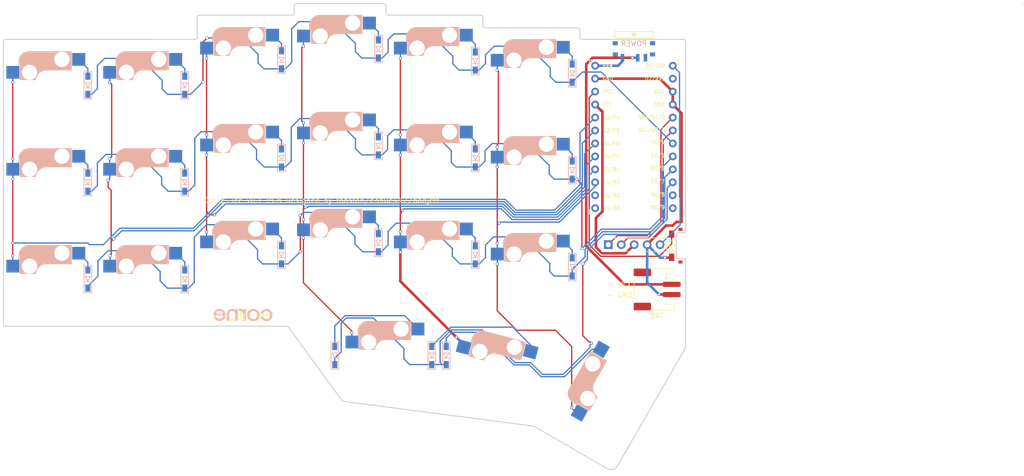
<source format=kicad_pcb>
(kicad_pcb (version 20221018) (generator pcbnew)
  (title_block (title "Corne-ice") (date "2022-12-17") (rev "0.1") (company "foostan/e3b0c442"))
  (layers (0 "F.Cu" signal) (31 "B.Cu" signal) (34 "B.Paste" user) (35 "F.Paste" user) (36 "B.SilkS" user "B.Silkscreen") (37 "F.SilkS" user "F.Silkscreen") (38 "B.Mask" user) (39 "F.Mask" user) (44 "Edge.Cuts" user))
  (net 0 "")
  (net 1 "row0")
  (net 2 "Net-(D1-Pad2)")
  (net 3 "row1")
  (net 4 "Net-(D2-Pad2)")
  (net 5 "row2")
  (net 6 "Net-(D3-Pad2)")
  (net 7 "row3")
  (net 8 "Net-(D4-Pad2)")
  (net 9 "Net-(D5-Pad2)")
  (net 10 "Net-(D6-Pad2)")
  (net 11 "Net-(D7-Pad2)")
  (net 12 "Net-(D8-Pad2)")
  (net 13 "Net-(D9-Pad2)")
  (net 14 "Net-(D10-Pad2)")
  (net 15 "Net-(D11-Pad2)")
  (net 16 "Net-(D12-Pad2)")
  (net 17 "Net-(D13-Pad2)")
  (net 18 "Net-(D14-Pad2)")
  (net 19 "Net-(D15-Pad2)")
  (net 20 "Net-(D16-Pad2)")
  (net 21 "Net-(D17-Pad2)")
  (net 22 "Net-(D18-Pad2)")
  (net 23 "Net-(D19-Pad2)")
  (net 24 "Net-(D20-Pad2)")
  (net 25 "Net-(D21-Pad2)")
  (net 26 "GND")
  (net 27 "VCC")
  (net 28 "col0")
  (net 29 "col1")
  (net 30 "col2")
  (net 31 "col3")
  (net 32 "col4")
  (net 33 "col5")
  (net 34 "MOSI")
  (net 35 "CS")
  (net 36 "reset")
  (net 38 "SCK")
  (net 43 "Net-(J1-Pad1)")
  (net 44 "RAW")
  (footprint "Connector_PinHeader_2.54mm:PinHeader_1x05_P2.54mm_Vertical" (layer "F.Cu") (at 129.7825 67.03 90)
    (fp_text reference "J2" hide)
    (fp_text value "nice!view" hide)
  )
  (footprint "kbd:CherryMX_Hotswap" (layer "F.Cu") (at 39.1075 35.78)
    (fp_text reference "SW2" hide)
    (fp_text value "SW_PUSH" hide)
  )
  (footprint "kbd:CherryMX_Hotswap" (layer "F.Cu") (at 58.1075 31.03)
    (fp_text reference "SW3" hide)
    (fp_text value "SW_PUSH" hide)
  )
  (footprint "kbd:CherryMX_Hotswap" (layer "F.Cu") (at 77.1075 28.655)
    (fp_text reference "SW4" hide)
    (fp_text value "SW_PUSH" hide)
  )
  (footprint "kbd:CherryMX_Hotswap" (layer "F.Cu") (at 96.1075 31.03)
    (fp_text reference "SW5" hide)
    (fp_text value "SW_PUSH" hide)
  )
  (footprint "kbd:CherryMX_Hotswap" (layer "F.Cu") (at 20.1075 54.78)
    (fp_text reference "SW7" hide)
    (fp_text value "SW_PUSH" hide)
  )
  (footprint "kbd:CherryMX_Hotswap" (layer "F.Cu") (at 39.1075 54.78)
    (fp_text reference "SW8" hide)
    (fp_text value "SW_PUSH" hide)
  )
  (footprint "kbd:CherryMX_Hotswap" (layer "F.Cu") (at 58.1075 50.03)
    (fp_text reference "SW9" hide)
    (fp_text value "SW_PUSH" hide)
  )
  (footprint "kbd:CherryMX_Hotswap" (layer "F.Cu") (at 77.1075 47.655)
    (fp_text reference "SW10" hide)
    (fp_text value "SW_PUSH" hide)
  )
  (footprint "kbd:CherryMX_Hotswap" (layer "F.Cu") (at 96.1075 50.03)
    (fp_text reference "SW11" hide)
    (fp_text value "SW_PUSH" hide)
  )
  (footprint "kbd:CherryMX_Hotswap" (layer "F.Cu") (at 115.1075 52.405)
    (fp_text reference "SW12" hide)
    (fp_text value "SW_PUSH" hide)
  )
  (footprint "kbd:CherryMX_Hotswap" (layer "F.Cu") (at 20.1075 73.78)
    (fp_text reference "SW13" hide)
    (fp_text value "SW_PUSH" hide)
  )
  (footprint "kbd:CherryMX_Hotswap" (layer "F.Cu") (at 39.1075 73.78)
    (fp_text reference "SW14" hide)
    (fp_text value "SW_PUSH" hide)
  )
  (footprint "kbd:CherryMX_Hotswap" (layer "F.Cu") (at 58.1075 69.03)
    (fp_text reference "SW15" hide)
    (fp_text value "SW_PUSH" hide)
  )
  (footprint "kbd:CherryMX_Hotswap" (layer "F.Cu") (at 77.1075 66.655)
    (fp_text reference "SW16" hide)
    (fp_text value "SW_PUSH" hide)
  )
  (footprint "kbd:CherryMX_Hotswap" (layer "F.Cu") (at 96.1075 69.03)
    (fp_text reference "SW17" hide)
    (fp_text value "SW_PUSH" hide)
  )
  (footprint "kbd:CherryMX_Hotswap" (layer "F.Cu") (at 115.1075 71.405)
    (fp_text reference "SW18" hide)
    (fp_text value "SW_PUSH" hide)
  )
  (footprint "kbd:CherryMX_Hotswap" (layer "F.Cu") (at 86.6075 88.655)
    (fp_text reference "SW19" hide)
    (fp_text value "SW_PUSH" hide)
  )
  (footprint "kbd:CherryMX_Hotswap" (layer "F.Cu") (at 107.6075 91.405 -15)
    (fp_text reference "SW20" hide)
    (fp_text value "SW_PUSH" hide)
  )
  (footprint "kbd:CherryMX_Hotswap_1.5u" (layer "F.Cu") (at 129.8575 95.155 60)
    (fp_text reference "SW21" hide)
    (fp_text value "SW_PUSH" hide)
  )
  (footprint "kbd:CherryMX_Hotswap" (layer "F.Cu") (at 20.1075 35.78)
    (fp_text reference "SW1" hide)
    (fp_text value "SW_PUSH" hide)
  )
  (footprint "kbd:M2_HOLE_v2" (layer "F.Cu") (at 105.5755 41.7655)
    (fp_text reference "Ref**" hide)
    (fp_text value "Val**" hide)
  )
  (footprint "kbd:M2_HOLE_v2" (layer "F.Cu") (at 72.7645 81.5205)
    (fp_text reference "Ref**" hide)
    (fp_text value "Val**" hide)
  )
  (footprint "kbd:M2_HOLE_v2" (layer "F.Cu") (at 119.3305 89.135)
    (fp_text reference "Ref**" hide)
    (fp_text value "Val**" hide)
  )
  (footprint "kbd:M2_HOLE_v2" (layer "F.Cu") (at 127.8695 74.254)
    (fp_text reference "Ref**" hide)
    (fp_text value "Val**" hide)
  )
  (footprint "kbd:M2_HOLE_v2" (layer "F.Cu") (at 142.3015 82.775)
    (fp_text reference "Ref**" hide)
    (fp_text value "Val**" hide)
  )
  (footprint "kbd:CherryMX_Hotswap" (layer "F.Cu") (at 115.1075 33.405)
    (fp_text reference "SW6" hide)
    (fp_text value "SW_PUSH" hide)
  )
  (footprint "kbd:M2_HOLE_v2" (layer "F.Cu") (at 27.5195 54.1395)
    (fp_text reference "Ref**" hide)
    (fp_text value "Val**" hide)
  )
  (footprint "kbd:ProMicro_v3" (layer "F.Cu") (at 134.8125 46.42)
    (fp_text reference "U1" hide)
    (fp_text value "nice!nano" hide)
  )
  (footprint "kbd:M2_HOLE_v2" (layer "F.Cu") (at 29.6075 45.28)
    (fp_text reference "Ref**" hide)
    (fp_text value "Val**" hide)
  )
  (footprint "kbd:corne-logo-horizontal" (layer "F.Cu") (at 58.2675 80.89)
    (fp_text reference "G***" hide)
    (fp_text value "LOGO" hide)
  )
  (footprint "keeblib:alps_sksn" (layer "F.Cu") (at 144.7825 67.23 90)
    (fp_text reference "RST")
    (fp_text value "SW_PUSH" hide)
  )
  (footprint "Connector_JST:JST_PH_S2B-PH-SM4-TB_1x02-1MP_P2.00mm_Horizontal" (layer "F.Cu") (at 139.3605 75.812 -90)
    (fp_text reference "J1" hide)
    (fp_text value "BAT")
  )
  (footprint "kbd:D3_SMD_v2" (layer "B.Cu") (at 27.7345 35.776875 90)
    (fp_text reference "D1" hide)
    (fp_text value "D" hide)
  )
  (footprint "kbd:D3_SMD_v2" (layer "B.Cu") (at 46.7345 35.78 90)
    (fp_text reference "D2" hide)
    (fp_text value "D" hide)
  )
  (footprint "kbd:D3_SMD_v2" (layer "B.Cu") (at 65.7075 30.78 90)
    (fp_text reference "D3" hide)
    (fp_text value "D" hide)
  )
  (footprint "kbd:D3_SMD_v2" (layer "B.Cu") (at 84.7075 28.655 90)
    (fp_text reference "D4" hide)
    (fp_text value "D" hide)
  )
  (footprint "kbd:D3_SMD_v2" (layer "B.Cu") (at 103.7075 31.03 90)
    (fp_text reference "D5" hide)
    (fp_text value "D" hide)
  )
  (footprint "kbd:D3_SMD_v2" (layer "B.Cu") (at 122.7075 33.405 90)
    (fp_text reference "D6" hide)
    (fp_text value "D" hide)
  )
  (footprint "kbd:D3_SMD_v2" (layer "B.Cu") (at 27.7345 54.776875 90)
    (fp_text reference "D7" hide)
    (fp_text value "D" hide)
  )
  (footprint "kbd:D3_SMD_v2" (layer "B.Cu") (at 46.7345 54.78 90)
    (fp_text reference "D8" hide)
    (fp_text value "D" hide)
  )
  (footprint "kbd:D3_SMD_v2" (layer "B.Cu") (at 65.7075 50.03 90)
    (fp_text reference "D9" hide)
    (fp_text value "D" hide)
  )
  (footprint "kbd:D3_SMD_v2" (layer "B.Cu") (at 84.7075 47.655 90)
    (fp_text reference "D10" hide)
    (fp_text value "D" hide)
  )
  (footprint "kbd:D3_SMD_v2" (layer "B.Cu") (at 103.7075 50.03 90)
    (fp_text reference "D11" hide)
    (fp_text value "D" hide)
  )
  (footprint "kbd:D3_SMD_v2" (layer "B.Cu") (at 122.7075 52.405 90)
    (fp_text reference "D12" hide)
    (fp_text value "D" hide)
  )
  (footprint "kbd:D3_SMD_v2" (layer "B.Cu") (at 27.7345 73.776875 90)
    (fp_text reference "D13" hide)
    (fp_text value "D" hide)
  )
  (footprint "kbd:D3_SMD_v2" (layer "B.Cu") (at 46.7345 73.78 90)
    (fp_text reference "D14" hide)
    (fp_text value "D" hide)
  )
  (footprint "kbd:D3_SMD_v2" (layer "B.Cu") (at 65.7075 69.03 90)
    (fp_text reference "D15" hide)
    (fp_text value "D" hide)
  )
  (footprint "kbd:D3_SMD_v2" (layer "B.Cu") (at 84.7075 66.655 90)
    (fp_text reference "D16" hide)
    (fp_text value "D" hide)
  )
  (footprint "kbd:D3_SMD_v2" (layer "B.Cu") (at 103.7075 69.03 90)
    (fp_text reference "D17" hide)
    (fp_text value "D" hide)
  )
  (footprint "kbd:D3_SMD_v2" (layer "B.Cu") (at 122.7075 71.405 90)
    (fp_text reference "D18" hide)
    (fp_text value "D" hide)
  )
  (footprint "kbd:D3_SMD_v2" (layer "B.Cu") (at 76.1575 88.77 90)
    (fp_text reference "D19" hide)
    (fp_text value "D" hide)
  )
  (footprint "kbd:D3_SMD_v2" (layer "B.Cu") (at 95.1645 88.765 90)
    (fp_text reference "D20" hide)
    (fp_text value "D" hide)
  )
  (footprint "kbd:D3_SMD_v2" (layer "B.Cu") (at 98.0075 88.765 90)
    (fp_text reference "D21" hide)
    (fp_text value "D" hide)
  )
  (footprint "kbd:corne-logo-horizontal" (layer "B.Cu") (at 58.0375 80.89 180)
    (fp_text reference "G***" hide)
    (fp_text value "LOGO" hide)
  )
  (footprint "keeblib:switch_SSSS811101" (layer "B.Cu") (at 134.8075 28.63)
    (fp_text reference "PSW1" hide)
    (fp_text value "POWER")
  )
  (gr_curve (pts (xy 211.204467 19.778068) (xy 211.204467 19.778068) (xy 211.204467 19.778068) (xy 211.204467 19.778068)) (stroke (width 0.2)) (layer "Edge.Cuts"))
  (gr_line (start 66.690339 83.020073) (end 11.690494 83.020073) (stroke (width 0.2)) (layer "Edge.Cuts"))
  (gr_line (start 49.690384 22.020252) (end 67.690335 22.020252) (stroke (width 0.2)) (layer "Edge.Cuts"))
  (gr_line (start 86.690528 22.020252) (end 104.690478 22.020252) (stroke (width 0.2)) (layer "Edge.Cuts"))
  (gr_curve (pts (xy 124.69017 26.770301) (xy 124.69025 26.770301) (xy 124.690329 26.770301) (xy 124.690408 26.770301)) (stroke (width 0.2)) (layer "Edge.Cuts"))
  (gr_curve (pts (xy 124.190287 26.270179) (xy 124.190227 26.54632) (xy 124.414025 26.770231) (xy 124.69017 26.770301)) (stroke (width 0.2)) (layer "Edge.Cuts"))
  (gr_line (start 67.043905 83.166629) (end 77.586929 97.623789) (stroke (width 0.2)) (layer "Edge.Cuts"))
  (gr_line (start 77.940494 97.770087) (end 114.610944 102.54046) (stroke (width 0.2)) (layer "Edge.Cuts"))
  (gr_curve (pts (xy 129.559583 110.931084) (xy 130.194682 111.359153) (xy 131.056535 111.191314) (xy 131.484604 110.556226)) (stroke (width 0.2)) (layer "Edge.Cuts"))
  (gr_curve (pts (xy 131.484604 110.556226) (xy 131.485636 110.554688) (xy 131.486668 110.55315) (xy 131.4877 110.551612)) (stroke (width 0.2)) (layer "Edge.Cuts"))
  (gr_line (start 131.4877 110.551612) (end 144.713724 87.619245) (stroke (width 0.2)) (layer "Edge.Cuts"))
  (gr_curve (pts (xy 105.190351 24.020247) (xy 105.190421 24.296388) (xy 105.414328 24.52019) (xy 105.690473 24.520121)) (stroke (width 0.2)) (layer "Edge.Cuts"))
  (gr_curve (pts (xy 105.190351 22.520126) (xy 105.190282 22.24408) (xy 104.966524 22.020322) (xy 104.690478 22.020252)) (stroke (width 0.2)) (layer "Edge.Cuts"))
  (gr_curve (pts (xy 86.69028 22.020252) (xy 86.690359 22.020252) (xy 86.690448 22.020252) (xy 86.690528 22.020252)) (stroke (width 0.2)) (layer "Edge.Cuts"))
  (gr_curve (pts (xy 86.190406 21.520126) (xy 86.190337 21.796266) (xy 86.414134 22.020183) (xy 86.69028 22.020252)) (stroke (width 0.2)) (layer "Edge.Cuts"))
  (gr_curve (pts (xy 85.690533 19.770068) (xy 85.690533 19.770068) (xy 85.690533 19.770068) (xy 85.690533 19.770068)) (stroke (width 0.2)) (layer "Edge.Cuts"))
  (gr_curve (pts (xy 86.190406 20.270194) (xy 86.190476 19.994054) (xy 85.966678 19.770137) (xy 85.690533 19.770068)) (stroke (width 0.2)) (layer "Edge.Cuts"))
  (gr_curve (pts (xy 68.190456 20.270189) (xy 68.190456 20.270194) (xy 68.190456 20.270194) (xy 68.190456 20.270194)) (stroke (width 0.2)) (layer "Edge.Cuts"))
  (gr_curve (pts (xy 68.69033 19.770068) (xy 68.414184 19.770137) (xy 68.190387 19.994049) (xy 68.190456 20.270189)) (stroke (width 0.2)) (layer "Edge.Cuts"))
  (gr_curve (pts (xy 68.190456 21.520379) (xy 68.190456 21.520295) (xy 68.190456 21.52021) (xy 68.190456 21.520126)) (stroke (width 0.2)) (layer "Edge.Cuts"))
  (gr_curve (pts (xy 67.690335 22.020252) (xy 67.96648 22.020322) (xy 68.190387 21.796519) (xy 68.190456 21.520379)) (stroke (width 0.2)) (layer "Edge.Cuts"))
  (gr_curve (pts (xy 49.690384 22.020252) (xy 49.414338 22.020322) (xy 49.19058 22.24408) (xy 49.190511 22.520126)) (stroke (width 0.2)) (layer "Edge.Cuts"))
  (gr_curve (pts (xy 49.190511 26.270427) (xy 49.190511 26.270343) (xy 49.190511 26.270264) (xy 49.190511 26.270179)) (stroke (width 0.2)) (layer "Edge.Cuts"))
  (gr_curve (pts (xy 48.690389 26.770301) (xy 48.966535 26.77037) (xy 49.190441 26.546568) (xy 49.190511 26.270427)) (stroke (width 0.2)) (layer "Edge.Cuts"))
  (gr_curve (pts (xy 11.190372 27.270169) (xy 11.190372 27.270174) (xy 11.190372 27.270174) (xy 11.190372 27.270174)) (stroke (width 0.2)) (layer "Edge.Cuts"))
  (gr_curve (pts (xy 11.690499 26.770301) (xy 11.414358 26.770231) (xy 11.190442 26.994029) (xy 11.190372 27.270169)) (stroke (width 0.2)) (layer "Edge.Cuts"))
  (gr_curve (pts (xy 11.690494 83.020073) (xy 11.690499 83.020073) (xy 11.690499 83.020073) (xy 11.690499 83.020073)) (stroke (width 0.2)) (layer "Edge.Cuts"))
  (gr_curve (pts (xy 11.190372 82.5202) (xy 11.190442 82.796345) (xy 11.414353 83.020143) (xy 11.690494 83.020073)) (stroke (width 0.2)) (layer "Edge.Cuts"))
  (gr_line (start 144.439405 26.768525) (end 124.690408 26.770301) (stroke (width 0.2)) (layer "Edge.Cuts"))
  (gr_line (start 68.190456 20.270194) (end 68.18868 21.51835) (stroke (width 0.2)) (layer "Edge.Cuts"))
  (gr_line (start 49.189499 22.519109) (end 49.189499 26.268145) (stroke (width 0.2)) (layer "Edge.Cuts"))
  (gr_curve (pts (xy 124.190287 25.020242) (xy 124.190346 24.744107) (xy 123.966569 24.520195) (xy 123.690423 24.520121)) (stroke (width 0.2)) (layer "Edge.Cuts"))
  (gr_line (start 124.188005 25.018466) (end 124.190287 26.270179) (stroke (width 0.2)) (layer "Edge.Cuts"))
  (gr_line (start 115.2655 102.67) (end 129.559583 110.931084) (stroke (width 0.2)) (layer "Edge.Cuts"))
  (gr_line (start 86.189642 21.51835) (end 86.189642 20.268671) (stroke (width 0.2)) (layer "Edge.Cuts"))
  (gr_line (start 85.689263 19.768292) (end 68.68906 19.768292) (stroke (width 0.2)) (layer "Edge.Cuts"))
  (gr_line (start 48.689119 26.768525) (end 11.690499 26.770301) (stroke (width 0.2)) (layer "Edge.Cuts"))
  (gr_line (start 11.190372 27.270174) (end 11.188596 82.51893) (stroke (width 0.2)) (layer "Edge.Cuts"))
  (gr_line (start 144.939784 27.268904) (end 144.939784 64.5) (stroke (width 0.2)) (layer "Edge.Cuts"))
  (gr_curve (pts (xy 144.9403 27.270174) (xy 144.940241 26.994128) (xy 144.716463 26.770365) (xy 144.440417 26.770301)) (stroke (width 0.2)) (layer "Edge.Cuts"))
  (gr_line (start 123.690165 24.518087) (end 105.689203 24.518087) (stroke (width 0.2)) (layer "Edge.Cuts"))
  (gr_line (start 105.188823 24.017707) (end 105.188823 22.519109) (stroke (width 0.2)) (layer "Edge.Cuts"))
  (gr_curve (pts (xy 144.713209 87.617717) (xy 144.865946 87.352585) (xy 144.944388 87.051178) (xy 144.9403 86.745228)) (stroke (width 0.2)) (layer "Edge.Cuts"))
  (gr_curve (pts (xy 77.586929 97.623789) (xy 77.68072 97.717501) (xy 77.807899 97.770126) (xy 77.940494 97.770087)) (stroke (width 0.2)) (layer "Edge.Cuts"))
  (gr_curve (pts (xy 67.043905 83.166629) (xy 66.950153 83.072818) (xy 66.822965 83.020103) (xy 66.690339 83.020073)) (stroke (width 0.2)) (layer "Edge.Cuts"))
  (gr_curve (pts (xy 115.2655 102.67) (xy 115.05207 102.605557) (xy 114.832837 102.562169) (xy 114.610944 102.54046)) (stroke (width 0.2)) (layer "Edge.Cuts"))
  (gr_arc (start 144.9375 64.48) (mid 144.878921 64.621421) (end 144.7375 64.68) (stroke (width 0.2)) (layer "Edge.Cuts"))
  (gr_line (start 143.1075 65.18) (end 143.1075 69.28) (stroke (width 0.2)) (layer "Edge.Cuts"))
  (gr_arc (start 144.7375 69.78) (mid 144.879921 69.838164) (end 144.9395 69.98) (stroke (width 0.2)) (layer "Edge.Cuts"))
  (gr_arc (start 143.6075 69.78) (mid 143.253947 69.633553) (end 143.1075 69.28) (stroke (width 0.2)) (layer "Edge.Cuts"))
  (gr_line (start 144.9395 69.955) (end 144.9403 86.745228) (stroke (width 0.2)) (layer "Edge.Cuts"))
  (gr_line (start 143.6075 69.78) (end 144.7375 69.78) (stroke (width 0.2)) (layer "Edge.Cuts"))
  (gr_line (start 143.6075 64.68) (end 144.7375 64.68) (stroke (width 0.2)) (layer "Edge.Cuts"))
  (gr_arc (start 143.1075 65.18) (mid 143.253947 64.826447) (end 143.6075 64.68) (stroke (width 0.2)) (layer "Edge.Cuts"))
  (gr_text "Corne-ice v0.1 PCB Designed by foostan/e3b0c442/badjeff" (at 50.2825 58.33) (layer "F.SilkS") (effects (font (size 1 1) (thickness 0.125)) (justify left)))
  (gr_text "+ VCC" (at 132.2075 74.78) (layer "F.SilkS") (effects (font (size 1 1))))
  (gr_text "- GND" (at 132.1075 76.88) (layer "F.SilkS") (effects (font (size 1 1))))
  (segment (start 50.3075 27.305) (end 51.1075 26.505) (width 0.25) (layer "F.Cu") (net 1))
  (segment (start 50.3075 35.105) (end 50.3075 27.305) (width 0.25) (layer "F.Cu") (net 1))
  (via (at 50.3075 35.105) (size 0.6) (drill 0.4) (layers "F.Cu" "B.Cu") (net 1))
  (via (at 51.1075 26.505) (size 0.6) (drill 0.4) (layers "F.Cu" "B.Cu") (net 1))
  (segment (start 80.220686 29.205) (end 81.445686 30.43) (width 0.25) (layer "B.Cu") (net 1))
  (segment (start 99.3075 31.605) (end 100.5075 32.805) (width 0.25) (layer "B.Cu") (net 1))
  (segment (start 75.9075 23.305) (end 80.2075 27.605) (width 0.25) (layer "B.Cu") (net 1))
  (segment (start 85.4575 30.43) (end 86.6075 29.28) (width 0.25) (layer "B.Cu") (net 1))
  (segment (start 69.1075 23.305) (end 75.9075 23.305) (width 0.25) (layer "B.Cu") (net 1))
  (segment (start 65.7075 32.555) (end 62.2575 32.555) (width 0.25) (layer "B.Cu") (net 1))
  (segment (start 118.4075 32.405) (end 118.4075 34.105) (width 0.25) (layer "B.Cu") (net 1))
  (segment (start 29.6075 36.428875) (end 29.6075 31.905) (width 0.25) (layer "B.Cu") (net 1))
  (segment (start 62.2575 32.555) (end 61.1075 31.405) (width 0.25) (layer "B.Cu") (net 1))
  (segment (start 61.1075 31.405) (end 61.1075 29.705) (width 0.25) (layer "B.Cu") (net 1))
  (segment (start 46.7345 37.555) (end 47.8575 37.555) (width 0.25) (layer "B.Cu") (net 1))
  (segment (start 121.9575 35.18) (end 122.7075 35.18) (width 0.25) (layer "B.Cu") (net 1))
  (segment (start 124.7075 33.18) (end 122.7075 35.18) (width 0.25) (layer "B.Cu") (net 1))
  (segment (start 107.4075 28.105) (end 114.1075 28.105) (width 0.25) (layer "B.Cu") (net 1))
  (segment (start 29.6075 31.905) (end 31.0075 30.505) (width 0.25) (layer "B.Cu") (net 1))
  (segment (start 100.5075 32.805) (end 103.7075 32.805) (width 0.25) (layer "B.Cu") (net 1))
  (segment (start 83.9575 30.43) (end 84.7075 30.43) (width 0.25) (layer "B.Cu") (net 1))
  (segment (start 28.4845 37.551875) (end 29.6075 36.428875) (width 0.25) (layer "B.Cu") (net 1))
  (segment (start 31.0075 30.505) (end 38.0075 30.505) (width 0.25) (layer "B.Cu") (net 1))
  (segment (start 119.4825 35.18) (end 121.9575 35.18) (width 0.25) (layer "B.Cu") (net 1))
  (segment (start 38.0075 30.505) (end 42.3075 34.805) (width 0.25) (layer "B.Cu") (net 1))
  (segment (start 86.6075 26.805) (end 87.7075 25.705) (width 0.25) (layer "B.Cu") (net 1))
  (segment (start 84.7075 30.43) (end 85.4575 30.43) (width 0.25) (layer "B.Cu") (net 1))
  (segment (start 65.7075 32.555) (end 66.4575 32.555) (width 0.25) (layer "B.Cu") (net 1))
  (segment (start 118.4075 34.105) (end 119.4825 35.18) (width 0.25) (layer "B.Cu") (net 1))
  (segment (start 67.7075 24.705) (end 69.1075 23.305) (width 0.25) (layer "B.Cu") (net 1))
  (segment (start 80.2075 29.205) (end 80.220686 29.205) (width 0.25) (layer "B.Cu") (net 1))
  (segment (start 42.3075 34.805) (end 42.3075 36.505) (width 0.25) (layer "B.Cu") (net 1))
  (segment (start 114.1075 28.105) (end 118.4075 32.405) (width 0.25) (layer "B.Cu") (net 1))
  (segment (start 27.7345 37.551875) (end 28.4845 37.551875) (width 0.25) (layer "B.Cu") (net 1))
  (segment (start 57.9075 26.505) (end 51.531764 26.505) (width 0.25) (layer "B.Cu") (net 1))
  (segment (start 86.6075 29.28) (end 86.6075 26.805) (width 0.25) (layer "B.Cu") (net 1))
  (segment (start 67.7075 31.305) (end 67.7075 24.705) (width 0.25) (layer "B.Cu") (net 1))
  (segment (start 105.7075 31.505) (end 105.7075 29.805) (width 0.25) (layer "B.Cu") (net 1))
  (segment (start 142.4239 47.182) (end 128.4219 33.18) (width 0.25) (layer "B.Cu") (net 1))
  (segment (start 105.7075 29.805) (end 107.4075 28.105) (width 0.25) (layer "B.Cu") (net 1))
  (segment (start 80.2075 27.605) (end 80.2075 29.205) (width 0.25) (layer "B.Cu") (net 1))
  (segment (start 87.7075 25.705) (end 94.9075 25.705) (width 0.25) (layer "B.Cu") (net 1))
  (segment (start 94.9075 25.705) (end 99.3075 30.105) (width 0.25) (layer "B.Cu") (net 1))
  (segment (start 99.3075 30.105) (end 99.3075 31.605) (width 0.25) (layer "B.Cu") (net 1))
  (segment (start 128.4219 33.18) (end 124.7075 33.18) (width 0.25) (layer "B.Cu") (net 1))
  (segment (start 51.531764 26.505) (end 51.1075 26.505) (width 0.25) (layer "B.Cu") (net 1))
  (segment (start 66.4575 32.555) (end 67.7075 31.305) (width 0.25) (layer "B.Cu") (net 1))
  (segment (start 61.1075 29.705) (end 57.9075 26.505) (width 0.25) (layer "B.Cu") (net 1))
  (segment (start 42.3075 36.505) (end 43.3575 37.555) (width 0.25) (layer "B.Cu") (net 1))
  (segment (start 47.8575 37.555) (end 50.3075 35.105) (width 0.25) (layer "B.Cu") (net 1))
  (segment (start 104.4075 32.805) (end 105.7075 31.505) (width 0.25) (layer "B.Cu") (net 1))
  (segment (start 81.445686 30.43) (end 83.9575 30.43) (width 0.25) (layer "B.Cu") (net 1))
  (segment (start 103.7075 32.805) (end 104.4075 32.805) (width 0.25) (layer "B.Cu") (net 1))
  (segment (start 43.3575 37.555) (end 46.7345 37.555) (width 0.25) (layer "B.Cu") (net 1))
  (segment (start 25.9495 30.725) (end 27.7345 32.51) (width 0.25) (layer "B.Cu") (net 2))
  (segment (start 27.7345 32.51) (end 27.7345 32.751875) (width 0.25) (layer "B.Cu") (net 2))
  (segment (start 27.7345 32.751875) (end 27.7345 34.001875) (width 0.25) (layer "B.Cu") (net 2))
  (segment (start 124.6075 67.78) (end 124.6075 55.205) (width 0.25) (layer "F.Cu") (net 3))
  (segment (start 124.6075 55.205) (end 123.6075 54.205) (width 0.25) (layer "F.Cu") (net 3))
  (via (at 123.6075 54.205) (size 0.6) (drill 0.4) (layers "F.Cu" "B.Cu") (net 3))
  (via (at 124.6075 67.78) (size 0.6) (drill 0.4) (layers "F.Cu" "B.Cu") (net 3))
  (segment (start 105.6075 50.655) (end 105.6075 48.605) (width 0.25) (layer "B.Cu") (net 3))
  (segment (start 28.4845 56.551875) (end 29.6075 55.428875) (width 0.25) (layer "B.Cu") (net 3))
  (segment (start 80.2075 48.205) (end 81.4325 49.43) (width 0.25) (layer "B.Cu") (net 3))
  (segment (start 119.1825 54.18) (end 122.7075 54.18) (width 0.25) (layer "B.Cu") (net 3))
  (segment (start 103.7075 51.805) (end 104.4575 51.805) (width 0.25) (layer "B.Cu") (net 3))
  (segment (start 60.8075 48.354998) (end 60.8075 50.305) (width 0.25) (layer "B.Cu") (net 3))
  (segment (start 46.7345 56.555) (end 47.4845 56.555) (width 0.25) (layer "B.Cu") (net 3))
  (segment (start 29.6075 51.005) (end 31.282499 49.330001) (width 0.25) (layer "B.Cu") (net 3))
  (segment (start 128.3825 64.005) (end 137.9075 64.005) (width 0.25) (layer "B.Cu") (net 3))
  (segment (start 94.9075 44.505) (end 99.0075 48.605) (width 0.25) (layer "B.Cu") (net 3))
  (segment (start 80.2075 46.305) (end 80.2075 48.205) (width 0.25) (layer "B.Cu") (net 3))
  (segment (start 140.4075 61.505) (end 140.4075 51.805) (width 0.25) (layer "B.Cu") (net 3))
  (segment (start 60.8075 50.305) (end 62.3075 51.805) (width 0.25) (layer "B.Cu") (net 3))
  (segment (start 85.4575 49.43) (end 86.5075 48.38) (width 0.25) (layer "B.Cu") (net 3))
  (segment (start 87.7075 44.505) (end 94.9075 44.505) (width 0.25) (layer "B.Cu") (net 3))
  (segment (start 49.932501 44.879999) (end 57.332501 44.879999) (width 0.25) (layer "B.Cu") (net 3))
  (segment (start 62.3075 51.805) (end 65.7075 51.805) (width 0.25) (layer "B.Cu") (net 3))
  (segment (start 84.7075 49.43) (end 85.4575 49.43) (width 0.25) (layer "B.Cu") (net 3))
  (segment (start 66.4575 51.805) (end 67.6075 50.655) (width 0.25) (layer "B.Cu") (net 3))
  (segment (start 122.7075 54.18) (end 123.5825 54.18) (width 0.25) (layer "B.Cu") (net 3))
  (segment (start 76.2075 42.305) (end 80.2075 46.305) (width 0.25) (layer "B.Cu") (net 3))
  (segment (start 105.6075 48.605) (end 107.0075 47.205) (width 0.25) (layer "B.Cu") (net 3))
  (segment (start 48.7075 55.332) (end 48.7075 46.105) (width 0.25) (layer "B.Cu") (net 3))
  (segment (start 67.6075 50.655) (end 67.6075 44.005) (width 0.25) (layer "B.Cu") (net 3))
  (segment (start 99.9075 51.805) (end 103.7075 51.805) (width 0.25) (layer "B.Cu") (net 3))
  (segment (start 124.6075 67.78) (end 128.3825 64.005) (width 0.25) (layer "B.Cu") (net 3))
  (segment (start 113.9075 47.205) (end 118.2075 51.505) (width 0.25) (layer "B.Cu") (net 3))
  (segment (start 99.0075 50.905) (end 99.9075 51.805) (width 0.25) (layer "B.Cu") (net 3))
  (segment (start 118.2075 53.205) (end 119.1825 54.18) (width 0.25) (layer "B.Cu") (net 3))
  (segment (start 81.4325 49.43) (end 84.7075 49.43) (width 0.25) (layer "B.Cu") (net 3))
  (segment (start 47.4845 56.555) (end 48.7075 55.332) (width 0.25) (layer "B.Cu") (net 3))
  (segment (start 29.6075 55.428875) (end 29.6075 51.005) (width 0.25) (layer "B.Cu") (net 3))
  (segment (start 67.6075 44.005) (end 69.3075 42.305) (width 0.25) (layer "B.Cu") (net 3))
  (segment (start 69.3075 42.305) (end 76.2075 42.305) (width 0.25) (layer "B.Cu") (net 3))
  (segment (start 43.4575 56.555) (end 45.9845 56.555) (width 0.25) (layer "B.Cu") (net 3))
  (segment (start 107.0075 47.205) (end 113.9075 47.205) (width 0.25) (layer "B.Cu") (net 3))
  (segment (start 48.7075 46.105) (end 49.932501 44.879999) (width 0.25) (layer "B.Cu") (net 3))
  (segment (start 123.5825 54.18) (end 123.6075 54.205) (width 0.25) (layer "B.Cu") (net 3))
  (segment (start 86.5075 45.705) (end 87.7075 44.505) (width 0.25) (layer "B.Cu") (net 3))
  (segment (start 104.4575 51.805) (end 105.6075 50.655) (width 0.25) (layer "B.Cu") (net 3))
  (segment (start 27.7345 56.551875) (end 28.4845 56.551875) (width 0.25) (layer "B.Cu") (net 3))
  (segment (start 137.9075 64.005) (end 140.4075 61.505) (width 0.25) (layer "B.Cu") (net 3))
  (segment (start 140.4075 51.805) (end 142.4239 49.7886) (width 0.25) (layer "B.Cu") (net 3))
  (segment (start 45.9845 56.555) (end 46.7345 56.555) (width 0.25) (layer "B.Cu") (net 3))
  (segment (start 65.7075 51.805) (end 66.4575 51.805) (width 0.25) (layer "B.Cu") (net 3))
  (segment (start 99.0075 48.605) (end 99.0075 50.905) (width 0.25) (layer "B.Cu") (net 3))
  (segment (start 31.282499 49.330001) (end 37.732501 49.330001) (width 0.25) (layer "B.Cu") (net 3))
  (segment (start 42.2075 53.805) (end 42.2075 55.305) (width 0.25) (layer "B.Cu") (net 3))
  (segment (start 86.5075 48.38) (end 86.5075 45.705) (width 0.25) (layer "B.Cu") (net 3))
  (segment (start 42.2075 55.305) (end 43.4575 56.555) (width 0.25) (layer "B.Cu") (net 3))
  (segment (start 57.332501 44.879999) (end 60.8075 48.354998) (width 0.25) (layer "B.Cu") (net 3))
  (segment (start 118.2075 51.505) (end 118.2075 53.205) (width 0.25) (layer "B.Cu") (net 3))
  (segment (start 37.732501 49.330001) (end 42.2075 53.805) (width 0.25) (layer "B.Cu") (net 3))
  (segment (start 46.7345 32.52) (end 46.7345 34.005) (width 0.25) (layer "B.Cu") (net 4))
  (segment (start 44.9495 30.735) (end 46.7345 32.52) (width 0.25) (layer "B.Cu") (net 4))
  (segment (start 69.3825 61.305) (end 69.3825 68.405) (width 0.25) (layer "F.Cu") (net 5))
  (via (at 69.3825 68.405) (size 0.6) (drill 0.4) (layers "F.Cu" "B.Cu") (net 5))
  (via (at 69.3825 61.305) (size 0.6) (drill 0.4) (layers "F.Cu" "B.Cu") (net 5))
  (segment (start 75.4075 60.705) (end 69.9825 60.705) (width 0.25) (layer "B.Cu") (net 5))
  (segment (start 46.7345 75.555) (end 47.4845 75.555) (width 0.25) (layer "B.Cu") (net 5))
  (segment (start 80.1075 65.405) (end 75.4075 60.705) (width 0.25) (layer "B.Cu") (net 5))
  (segment (start 128.6325 64.505) (end 138.1735 64.505) (width 0.254) (layer "B.Cu") (net 5))
  (segment (start 81.6325 68.43) (end 80.1075 66.905) (width 0.25) (layer "B.Cu") (net 5))
  (segment (start 48.6075 65.533078) (end 51.035578 63.105) (width 0.25) (layer "B.Cu") (net 5))
  (segment (start 119.1825 73.18) (end 122.7075 73.18) (width 0.25) (layer "B.Cu") (net 5))
  (segment (start 94.2075 62.805) (end 99.2075 67.805) (width 0.25) (layer "B.Cu") (net 5))
  (segment (start 29.7075 70.205) (end 31.7075 68.205) (width 0.25) (layer "B.Cu") (net 5))
  (segment (start 105.7075 67.105) (end 107.3075 65.505) (width 0.25) (layer "B.Cu") (net 5))
  (segment (start 86.6075 67.105) (end 86.6075 64.405) (width 0.25) (layer "B.Cu") (net 5))
  (segment (start 84.7075 68.43) (end 81.6325 68.43) (width 0.25) (layer "B.Cu") (net 5))
  (segment (start 56.1075 63.105) (end 61.0075 68.005) (width 0.25) (layer "B.Cu") (net 5))
  (segment (start 61.0075 68.005) (end 61.0075 69.805) (width 0.25) (layer "B.Cu") (net 5))
  (segment (start 31.7075 68.205) (end 37.8075 68.205) (width 0.25) (layer "B.Cu") (net 5))
  (segment (start 125.2345 67.903) (end 128.6325 64.505) (width 0.254) (layer "B.Cu") (net 5))
  (segment (start 69.9825 60.705) (end 69.3825 61.305) (width 0.25) (layer "B.Cu") (net 5))
  (segment (start 43.3575 75.555) (end 46.0575 75.555) (width 0.25) (layer "B.Cu") (net 5))
  (segment (start 51.035578 63.105) (end 56.1075 63.105) (width 0.25) (layer "B.Cu") (net 5))
  (segment (start 84.7075 68.43) (end 85.2825 68.43) (width 0.25) (layer "B.Cu") (net 5))
  (segment (start 107.3075 65.505) (end 113.1075 65.505) (width 0.25) (layer "B.Cu") (net 5))
  (segment (start 41.9075 74.105) (end 43.3575 75.555) (width 0.25) (layer "B.Cu") (net 5))
  (segment (start 118.3075 72.305) (end 119.1825 73.18) (width 0.25) (layer "B.Cu") (net 5))
  (segment (start 105.7075 69.555) (end 105.7075 67.105) (width 0.25) (layer "B.Cu") (net 5))
  (segment (start 27.7345 75.178) (end 29.7075 73.205) (width 0.25) (layer "B.Cu") (net 5))
  (segment (start 122.7075 73.18) (end 122.7075 71.93) (width 0.254) (layer "B.Cu") (net 5))
  (segment (start 104.4575 70.805) (end 105.7075 69.555) (width 0.25) (layer "B.Cu") (net 5))
  (segment (start 103.7075 70.805) (end 104.4575 70.805) (width 0.25) (layer "B.Cu") (net 5))
  (segment (start 67.0075 70.805) (end 65.7075 70.805) (width 0.25) (layer "B.Cu") (net 5))
  (segment (start 80.1075 66.905) (end 80.1075 65.405) (width 0.25) (layer "B.Cu") (net 5))
  (segment (start 62.0075 70.805) (end 64.9575 70.805) (width 0.25) (layer "B.Cu") (net 5))
  (segment (start 64.9575 70.805) (end 65.7075 70.805) (width 0.25) (layer "B.Cu") (net 5))
  (segment (start 140.859511 53.826389) (end 142.4239 52.262) (width 0.254) (layer "B.Cu") (net 5))
  (segment (start 113.1075 65.505) (end 118.3075 70.705) (width 0.25) (layer "B.Cu") (net 5))
  (segment (start 29.7075 73.205) (end 29.7075 70.205) (width 0.25) (layer "B.Cu") (net 5))
  (segment (start 100.7075 70.805) (end 103.7075 70.805) (width 0.25) (layer "B.Cu") (net 5))
  (segment (start 122.7075 71.93) (end 125.2345 69.403) (width 0.254) (layer "B.Cu") (net 5))
  (segment (start 69.3825 68.43) (end 67.0075 70.805) (width 0.25) (layer "B.Cu") (net 5))
  (segment (start 48.6075 74.432) (end 48.6075 65.533078) (width 0.25) (layer "B.Cu") (net 5))
  (segment (start 47.4845 75.555) (end 48.6075 74.432) (width 0.25) (layer "B.Cu") (net 5))
  (segment (start 88.2075 62.805) (end 94.2075 62.805) (width 0.25) (layer "B.Cu") (net 5))
  (segment (start 138.1735 64.505) (end 140.859511 61.818989) (width 0.254) (layer "B.Cu") (net 5))
  (segment (start 99.2075 69.305) (end 100.7075 70.805) (width 0.25) (layer "B.Cu") (net 5))
  (segment (start 125.2345 69.403) (end 125.2345 67.903) (width 0.254) (layer "B.Cu") (net 5))
  (segment (start 61.0075 69.805) (end 62.0075 70.805) (width 0.25) (layer "B.Cu") (net 5))
  (segment (start 85.2825 68.43) (end 86.6075 67.105) (width 0.25) (layer "B.Cu") (net 5))
  (segment (start 118.3075 70.705) (end 118.3075 72.305) (width 0.25) (layer "B.Cu") (net 5))
  (segment (start 46.0575 75.555) (end 46.7345 75.555) (width 0.25) (layer "B.Cu") (net 5))
  (segment (start 69.3825 68.405) (end 69.3825 68.43) (width 0.25) (layer "B.Cu") (net 5))
  (segment (start 86.6075 64.405) (end 88.2075 62.805) (width 0.25) (layer "B.Cu") (net 5))
  (segment (start 140.859511 61.818989) (end 140.859511 53.826389) (width 0.254) (layer "B.Cu") (net 5))
  (segment (start 99.2075 67.805) (end 99.2075 69.305) (width 0.25) (layer "B.Cu") (net 5))
  (segment (start 37.8075 68.205) (end 41.9075 72.305) (width 0.25) (layer "B.Cu") (net 5))
  (segment (start 41.9075 72.305) (end 41.9075 74.105) (width 0.25) (layer "B.Cu") (net 5))
  (segment (start 65.7075 27.623) (end 65.7075 29.005) (width 0.25) (layer "B.Cu") (net 6))
  (segment (start 64.0345 25.95) (end 65.7075 27.623) (width 0.25) (layer "B.Cu") (net 6))
  (segment (start 124.782499 84.879999) (end 124.782499 70.830001) (width 0.25) (layer "F.Cu") (net 7))
  (segment (start 125.984854 86.082354) (end 124.782499 84.879999) (width 0.25) (layer "F.Cu") (net 7))
  (segment (start 124.782499 70.830001) (end 124.8075 70.805) (width 0.25) (layer "F.Cu") (net 7))
  (segment (start 126.193738 86.082354) (end 125.984854 86.082354) (width 0.25) (layer "F.Cu") (net 7))
  (segment (start 126.493737 86.382353) (end 126.193738 86.082354) (width 0.25) (layer "F.Cu") (net 7))
  (via (at 124.8075 70.805) (size 0.6) (drill 0.4) (layers "F.Cu" "B.Cu") (net 7))
  (via (at 126.493737 86.382353) (size 0.6) (drill 0.4) (layers "F.Cu" "B.Cu") (net 7))
  (segment (start 124.8075 70.805) (end 125.6865 69.926) (width 0.25) (layer "B.Cu") (net 7))
  (segment (start 114.55749 90.15499) (end 116.857489 92.454989) (width 0.25) (layer "B.Cu") (net 7))
  (segment (start 141.313522 55.912378) (end 141.313522 62.007046) (width 0.254) (layer "B.Cu") (net 7))
  (segment (start 111.4939 90.15499) (end 114.55749 90.15499) (width 0.25) (layer "B.Cu") (net 7))
  (segment (start 78.4075 81.405) (end 83.7075 81.405) (width 0.25) (layer "B.Cu") (net 7))
  (segment (start 76.1575 89.295) (end 77.4075 88.045) (width 0.25) (layer "B.Cu") (net 7))
  (segment (start 83.7075 81.405) (end 89.7075 87.405) (width 0.25) (layer "B.Cu") (net 7))
  (segment (start 77.4075 88.045) (end 77.4075 82.405) (width 0.25) (layer "B.Cu") (net 7))
  (segment (start 126.193738 87.218762) (end 126.193738 86.682352) (width 0.25) (layer "B.Cu") (net 7))
  (segment (start 95.1645 90.54) (end 98.0075 90.54) (width 0.25) (layer "B.Cu") (net 7))
  (segment (start 96.8075 90.09) (end 96.8075 85.94141) (width 0.25) (layer "B.Cu") (net 7))
  (segment (start 97.2575 90.54) (end 96.8075 90.09) (width 0.25) (layer "B.Cu") (net 7))
  (segment (start 90.8425 90.54) (end 95.2075 90.54) (width 0.25) (layer "B.Cu") (net 7))
  (segment (start 138.315568 65.005) (end 130.6075 65.005) (width 0.254) (layer "B.Cu") (net 7))
  (segment (start 105.0939 83.754989) (end 111.4939 90.15499) (width 0.25) (layer "B.Cu") (net 7))
  (segment (start 126.193738 86.682352) (end 126.493737 86.382353) (width 0.25) (layer "B.Cu") (net 7))
  (segment (start 120.957511 92.454989) (end 126.193738 87.218762) (width 0.25) (layer "B.Cu") (net 7))
  (segment (start 142.4239 54.802) (end 141.313522 55.912378) (width 0.254) (layer "B.Cu") (net 7))
  (segment (start 125.6865 69.926) (end 125.6865 68.201) (width 0.25) (layer "B.Cu") (net 7))
  (segment (start 141.313522 62.007046) (end 138.315568 65.005) (width 0.254) (layer "B.Cu") (net 7))
  (segment (start 98.99392 83.754989) (end 105.0939 83.754989) (width 0.25) (layer "B.Cu") (net 7))
  (segment (start 77.4075 82.405) (end 78.4075 81.405) (width 0.25) (layer "B.Cu") (net 7))
  (segment (start 76.1575 90.545) (end 76.1575 89.295) (width 0.25) (layer "B.Cu") (net 7))
  (segment (start 125.6865 68.201) (end 128.8825 65.005) (width 0.25) (layer "B.Cu") (net 7))
  (segment (start 128.8825 65.005) (end 130.6075 65.005) (width 0.25) (layer "B.Cu") (net 7))
  (segment (start 96.8075 85.94141) (end 98.99392 83.754989) (width 0.25) (layer "B.Cu") (net 7))
  (segment (start 89.7075 89.405) (end 90.8425 90.54) (width 0.25) (layer "B.Cu") (net 7))
  (segment (start 116.857489 92.454989) (end 120.957511 92.454989) (width 0.25) (layer "B.Cu") (net 7))
  (segment (start 98.0075 90.54) (end 97.2575 90.54) (width 0.25) (layer "B.Cu") (net 7))
  (segment (start 89.7075 87.405) (end 89.7075 89.405) (width 0.25) (layer "B.Cu") (net 7))
  (segment (start 84.7075 25.303) (end 84.7075 26.88) (width 0.25) (layer "B.Cu") (net 8))
  (segment (start 82.9795 23.575) (end 84.7075 25.303) (width 0.25) (layer "B.Cu") (net 8))
  (segment (start 103.7075 27.753) (end 103.7075 29.255) (width 0.25) (layer "B.Cu") (net 9))
  (segment (start 101.9495 25.995) (end 103.7075 27.753) (width 0.25) (layer "B.Cu") (net 9))
  (segment (start 122.7075 30.103) (end 122.7075 31.63) (width 0.25) (layer "B.Cu") (net 10))
  (segment (start 120.9495 28.345) (end 122.7075 30.103) (width 0.25) (layer "B.Cu") (net 10))
  (segment (start 25.9945 49.7) (end 27.7345 51.44) (width 0.25) (layer "B.Cu") (net 11))
  (segment (start 27.7345 51.44) (end 27.7345 53.001875) (width 0.25) (layer "B.Cu") (net 11))
  (segment (start 46.7345 51.45) (end 46.7345 53.005) (width 0.25) (layer "B.Cu") (net 12))
  (segment (start 44.9845 49.7) (end 46.7345 51.45) (width 0.25) (layer "B.Cu") (net 12))
  (segment (start 65.7075 46.613) (end 65.7075 48.255) (width 0.25) (layer "B.Cu") (net 13))
  (segment (start 64.0445 44.95) (end 65.7075 46.613) (width 0.25) (layer "B.Cu") (net 13))
  (segment (start 84.7075 44.283) (end 84.7075 45.88) (width 0.25) (layer "B.Cu") (net 14))
  (segment (start 82.9995 42.575) (end 84.7075 44.283) (width 0.25) (layer "B.Cu") (net 14))
  (segment (start 103.7075 46.803) (end 103.7075 48.255) (width 0.25) (layer "B.Cu") (net 15))
  (segment (start 101.9495 45.045) (end 103.7075 46.803) (width 0.25) (layer "B.Cu") (net 15))
  (segment (start 122.7075 49.205) (end 122.7075 50.63) (width 0.25) (layer "B.Cu") (net 16))
  (segment (start 120.9495 47.447) (end 122.7075 49.205) (width 0.25) (layer "B.Cu") (net 16))
  (segment (start 27.7345 70.5) (end 27.7345 72.001875) (width 0.25) (layer "B.Cu") (net 17))
  (segment (start 25.9495 68.715) (end 27.7345 70.5) (width 0.25) (layer "B.Cu") (net 17))
  (segment (start 45.0145 68.7) (end 46.7345 70.42) (width 0.25) (layer "B.Cu") (net 18))
  (segment (start 46.7345 70.42) (end 46.7345 72.005) (width 0.25) (layer "B.Cu") (net 18))
  (segment (start 63.9495 63.955) (end 65.7075 65.713) (width 0.25) (layer "B.Cu") (net 19))
  (segment (start 65.7075 65.713) (end 65.7075 67.255) (width 0.25) (layer "B.Cu") (net 19))
  (segment (start 82.9695 61.575) (end 84.7075 63.313) (width 0.25) (layer "B.Cu") (net 20))
  (segment (start 84.7075 63.313) (end 84.7075 64.88) (width 0.25) (layer "B.Cu") (net 20))
  (segment (start 103.7075 65.753) (end 103.7075 67.255) (width 0.25) (layer "B.Cu") (net 21))
  (segment (start 101.9495 63.995) (end 103.7075 65.753) (width 0.25) (layer "B.Cu") (net 21))
  (segment (start 120.9495 66.375) (end 122.7075 68.133) (width 0.25) (layer "B.Cu") (net 22))
  (segment (start 122.7075 68.133) (end 122.7075 69.63) (width 0.25) (layer "B.Cu") (net 22))
  (segment (start 76.1575 82.955) (end 78.15751 80.95499) (width 0.25) (layer "B.Cu") (net 23))
  (segment (start 76.1575 86.995) (end 76.1575 82.955) (width 0.25) (layer "B.Cu") (net 23))
  (segment (start 89.85749 80.95499) (end 92.4495 83.547) (width 0.25) (layer "B.Cu") (net 23))
  (segment (start 78.15751 80.95499) (end 89.85749 80.95499) (width 0.25) (layer "B.Cu") (net 23))
  (segment (start 95.1645 86.948) (end 98.9075 83.205) (width 0.25) (layer "B.Cu") (net 24))
  (segment (start 114.565239 86.716023) (end 114.565239 88.010118) (width 0.25) (layer "B.Cu") (net 24))
  (segment (start 111.054216 83.205) (end 114.565239 86.716023) (width 0.25) (layer "B.Cu") (net 24))
  (segment (start 98.9075 83.205) (end 111.054216 83.205) (width 0.25) (layer "B.Cu") (net 24))
  (segment (start 114.307501 90.605001) (end 116.6075 92.905) (width 0.25) (layer "B.Cu") (net 25))
  (segment (start 98.0075 86.99) (end 98.0075 85.37782) (width 0.25) (layer "B.Cu") (net 25))
  (segment (start 126.55682 87.55568) (end 128.379091 87.55568) (width 0.25) (layer "B.Cu") (net 25))
  (segment (start 98.0075 85.37782) (end 99.18032 84.205) (width 0.25) (layer "B.Cu") (net 25))
  (segment (start 116.6075 92.905) (end 121.2075 92.905) (width 0.25) (layer "B.Cu") (net 25))
  (segment (start 104.9075 84.205) (end 111.3075 90.605001) (width 0.25) (layer "B.Cu") (net 25))
  (segment (start 121.2075 92.905) (end 126.55682 87.55568) (width 0.25) (layer "B.Cu") (net 25))
  (segment (start 111.3075 90.605001) (end 114.307501 90.605001) (width 0.25) (layer "B.Cu") (net 25))
  (segment (start 99.18032 84.205) (end 104.9075 84.205) (width 0.25) (layer "B.Cu") (net 25))
  (segment (start 144.1345 62.571) (end 143.1345 62.571) (width 0.508) (layer "F.Cu") (net 26))
  (segment (start 143.1345 62.571) (end 142.4245 63.281) (width 0.508) (layer "F.Cu") (net 26))
  (segment (start 142.4239 37.022) (end 142.4239 39.562) (width 0.508) (layer "F.Cu") (net 26))
  (segment (start 139.8839 34.482) (end 142.4239 37.022) (width 0.508) (layer "F.Cu") (net 26))
  (segment (start 139.7075 76.78) (end 142.1785 76.78) (width 0.508) (layer "F.Cu") (net 26))
  (segment (start 144.1345 41.2726) (end 144.1345 62.571) (width 0.508) (layer "F.Cu") (net 26))
  (segment (start 127.2039 34.482) (end 139.8839 34.482) (width 0.508) (layer "F.Cu") (net 26))
  (segment (start 140.9075 69.58) (end 142.1325 69.58) (width 0.508) (layer "F.Cu") (net 26))
  (segment (start 141.1065 63.281) (end 137.4025 66.985) (width 0.508) (layer "F.Cu") (net 26))
  (segment (start 142.4245 63.281) (end 141.1065 63.281) (width 0.508) (layer "F.Cu") (net 26))
  (segment (start 142.4239 39.562) (end 144.1345 41.2726) (width 0.508) (layer "F.Cu") (net 26))
  (via (at 139.7075 76.78) (size 0.6) (drill 0.4) (layers "F.Cu" "B.Cu") (net 26))
  (via (at 140.9075 69.58) (size 0.6) (drill 0.4) (layers "F.Cu" "B.Cu") (net 26))
  (segment (start 137.4025 67.03) (end 137.4025 74.475) (width 0.508) (layer "B.Cu") (net 26))
  (segment (start 137.4025 67.03) (end 139.9525 69.58) (width 0.508) (layer "B.Cu") (net 26))
  (segment (start 139.9525 69.58) (end 140.9075 69.58) (width 0.508) (layer "B.Cu") (net 26))
  (segment (start 137.4025 74.475) (end 139.7075 76.78) (width 0.508) (layer "B.Cu") (net 26))
  (segment (start 127.3575 67.53) (end 128.5575 68.73) (width 0.508) (layer "F.Cu") (net 27))
  (segment (start 128.6275 60.51) (end 127.3575 61.78) (width 0.508) (layer "F.Cu") (net 27))
  (segment (start 127.2039 39.562) (end 128.419901 40.778001) (width 0.508) (layer "F.Cu") (net 27))
  (segment (start 128.6275 40.937) (end 128.6275 60.51) (width 0.508) (layer "F.Cu") (net 27))
  (segment (start 128.419901 40.778001) (end 128.468501 40.778001) (width 0.508) (layer "F.Cu") (net 27))
  (segment (start 128.5575 68.73) (end 133.1625 68.73) (width 0.508) (layer "F.Cu") (net 27))
  (segment (start 127.3575 61.78) (end 127.3575 67.53) (width 0.508) (layer "F.Cu") (net 27))
  (segment (start 133.1625 68.73) (end 134.8645 67.028) (width 0.508) (layer "F.Cu") (net 27))
  (segment (start 128.468501 40.778001) (end 128.6275 40.937) (width 0.508) (layer "F.Cu") (net 27))
  (segment (start 13.0075 57.305) (end 13.0075 66.705) (width 0.25) (layer "F.Cu") (net 28))
  (segment (start 13.0075 35.205) (end 13.0075 50.205) (width 0.25) (layer "F.Cu") (net 28))
  (segment (start 13.0075 54.205) (end 13.0075 57.305) (width 0.25) (layer "F.Cu") (net 28))
  (segment (start 13.0075 66.705) (end 13.0075 69.205) (width 0.25) (layer "F.Cu") (net 28))
  (via (at 13.0075 35.205) (size 0.6) (drill 0.4) (layers "F.Cu" "B.Cu") (net 28))
  (via (at 13.0075 54.205) (size 0.6) (drill 0.4) (layers "F.Cu" "B.Cu") (net 28))
  (via (at 13.0075 50.205) (size 0.6) (drill 0.4) (layers "F.Cu" "B.Cu") (net 28))
  (via (at 13.0075 66.705) (size 0.6) (drill 0.4) (layers "F.Cu" "B.Cu") (net 28))
  (via (at 13.0075 69.205) (size 0.6) (drill 0.4) (layers "F.Cu" "B.Cu") (net 28))
  (segment (start 124.234502 55.267658) (end 120.948173 58.553987) (width 0.254) (layer "B.Cu") (net 28))
  (segment (start 28.0225 67.02) (end 27.7075 66.705) (width 0.25) (layer "B.Cu") (net 28))
  (segment (start 13.431764 66.705) (end 13.0075 66.705) (width 0.25) (layer "B.Cu") (net 28))
  (segment (start 13.0225 54.19) (end 13.0075 54.205) (width 0.25) (layer "B.Cu") (net 28))
  (segment (start 13.0075 50.205) (end 13.0075 52.225) (width 0.25) (layer "B.Cu") (net 28))
  (segment (start 111.689829 60.263953) (end 109.570843 58.144967) (width 0.25) (layer "B.Cu") (net 28))
  (segment (start 27.7075 66.705) (end 13.431764 66.705) (width 0.25) (layer "B.Cu") (net 28))
  (segment (start 54.08072 58.144968) (end 48.420688 63.805) (width 0.25) (layer "B.Cu") (net 28))
  (segment (start 109.570843 58.144967) (end 54.08072 58.144968) (width 0.25) (layer "B.Cu") (net 28))
  (segment (start 48.420688 63.805) (end 34.0025 63.805) (width 0.25) (layer "B.Cu") (net 28))
  (segment (start 13.0075 69.205) (end 13.0075 71.225) (width 0.25) (layer "B.Cu") (net 28))
  (segment (start 13.0225 52.24) (end 13.0225 54.19) (width 0.25) (layer "B.Cu") (net 28))
  (segment (start 13.0225 33.24) (end 13.0225 35.19) (width 0.25) (layer "B.Cu") (net 28))
  (segment (start 30.7875 67.02) (end 28.0225 67.02) (width 0.25) (layer "B.Cu") (net 28))
  (segment (start 34.0025 63.805) (end 30.7875 67.02) (width 0.25) (layer "B.Cu") (net 28))
  (segment (start 124.234502 45.071398) (end 124.234502 55.267658) (width 0.254) (layer "B.Cu") (net 28))
  (segment (start 120.9075 58.605) (end 119.248547 60.263953) (width 0.25) (layer "B.Cu") (net 28))
  (segment (start 119.248547 60.263953) (end 111.689829 60.263953) (width 0.25) (layer "B.Cu") (net 28))
  (segment (start 13.0225 35.19) (end 13.0075 35.205) (width 0.25) (layer "B.Cu") (net 28))
  (segment (start 127.2039 42.102) (end 124.234502 45.071398) (width 0.254) (layer "B.Cu") (net 28))
  (segment (start 31.7075 55.805) (end 32.3075 56.405) (width 0.25) (layer "F.Cu") (net 29))
  (segment (start 32.3075 66.205) (end 32.486398 66.205) (width 0.25) (layer "F.Cu") (net 29))
  (segment (start 32.3075 69.005) (end 32.1075 69.205) (width 0.25) (layer "F.Cu") (net 29))
  (segment (start 32.486398 66.205) (end 32.49695 66.194448) (width 0.25) (layer "F.Cu") (net 29))
  (segment (start 32.3075 66.205) (end 32.3075 69.005) (width 0.25) (layer "F.Cu") (net 29))
  (segment (start 31.7075 54.405) (end 31.7075 55.805) (width 0.25) (layer "F.Cu") (net 29))
  (segment (start 32.3075 56.405) (end 32.3075 66.205) (width 0.25) (layer "F.Cu") (net 29))
  (segment (start 32.264839 49.894908) (end 31.96484 50.194907) (width 0.25) (layer "F.Cu") (net 29))
  (segment (start 32.4075 35.605) (end 32.4075 49.752247) (width 0.25) (layer "F.Cu") (net 29))
  (segment (start 32.49695 66.194448) (end 32.796949 65.894449) (width 0.25) (layer "F.Cu") (net 29))
  (segment (start 32.0075 35.205) (end 32.4075 35.605) (width 0.25) (layer "F.Cu") (net 29))
  (segment (start 32.4075 49.752247) (end 32.264839 49.894908) (width 0.25) (layer "F.Cu") (net 29))
  (via (at 32.1075 69.205) (size 0.6) (drill 0.4) (layers "F.Cu" "B.Cu") (net 29))
  (via (at 32.0075 35.205) (size 0.6) (drill 0.4) (layers "F.Cu" "B.Cu") (net 29))
  (via (at 32.796949 65.894449) (size 0.6) (drill 0.4) (layers "F.Cu" "B.Cu") (net 29))
  (via (at 31.96484 50.194907) (size 0.6) (drill 0.4) (layers "F.Cu" "B.Cu") (net 29))
  (via (at 31.7075 54.405) (size 0.6) (drill 0.4) (layers "F.Cu" "B.Cu") (net 29))
  (segment (start 32.0225 35.19) (end 32.0075 35.205) (width 0.25) (layer "B.Cu") (net 29))
  (segment (start 127.2039 44.642) (end 124.68851 47.15739) (width 0.254) (layer "B.Cu") (net 29))
  (segment (start 124.68851 47.15739) (end 124.68851 55.515201) (width 0.254) (layer "B.Cu") (net 29))
  (segment (start 32.0225 50.252567) (end 31.96484 50.194907) (width 0.25) (layer "B.Cu") (net 29))
  (segment (start 48.559928 64.305) (end 45.8075 64.305) (width 0.254) (layer "B.Cu") (net 29))
  (segment (start 124.68851 55.515201) (end 119.487747 60.715964) (width 0.254) (layer "B.Cu") (net 29))
  (segment (start 34.386398 64.305) (end 33.096948 65.59445) (width 0.25) (layer "B.Cu") (net 29))
  (segment (start 32.0225 52.24) (end 32.0225 50.252567) (width 0.25) (layer "B.Cu") (net 29))
  (segment (start 31.7075 54.405) (end 32.0225 54.19) (width 0.25) (layer "B.Cu") (net 29))
  (segment (start 111.502599 60.715963) (end 109.383614 58.596978) (width 0.254) (layer "B.Cu") (net 29))
  (segment (start 54.26795 58.596978) (end 48.559928 64.305) (width 0.254) (layer "B.Cu") (net 29))
  (segment (start 109.383614 58.596978) (end 54.26795 58.596978) (width 0.254) (layer "B.Cu") (net 29))
  (segment (start 45.8075 64.305) (end 34.386398 64.305) (width 0.25) (layer "B.Cu") (net 29))
  (segment (start 32.0225 54.19) (end 32.0225 52.24) (width 0.25) (layer "B.Cu") (net 29))
  (segment (start 33.096948 65.59445) (end 32.796949 65.894449) (width 0.25) (layer "B.Cu") (net 29))
  (segment (start 32.0225 33.24) (end 32.0225 35.19) (width 0.25) (layer "B.Cu") (net 29))
  (segment (start 119.487747 60.715964) (end 111.502599 60.715963) (width 0.254) (layer "B.Cu") (net 29))
  (segment (start 32.1075 69.205) (end 32.1075 71.155) (width 0.25) (layer "B.Cu") (net 29))
  (segment (start 51.677078 61.174578) (end 52.152814 61.174578) (width 0.25) (layer "F.Cu") (net 30))
  (segment (start 51.0075 30.505) (end 51.0075 45.505) (width 0.25) (layer "F.Cu") (net 30))
  (segment (start 52.152814 61.174578) (end 52.577078 61.174578) (width 0.25) (layer "F.Cu") (net 30))
  (segment (start 51.0075 49.505) (end 51.0075 60.505) (width 0.25) (layer "F.Cu") (net 30))
  (segment (start 51.0075 60.505) (end 51.0075 64.505) (width 0.25) (layer "F.Cu") (net 30))
  (segment (start 51.0075 60.505) (end 51.677078 61.174578) (width 0.25) (layer "F.Cu") (net 30))
  (via (at 51.0075 49.505) (size 0.6) (drill 0.4) (layers "F.Cu" "B.Cu") (net 30))
  (via (at 51.0075 45.505) (size 0.6) (drill 0.4) (layers "F.Cu" "B.Cu") (net 30))
  (via (at 52.577078 61.174578) (size 0.6) (drill 0.4) (layers "F.Cu" "B.Cu") (net 30))
  (via (at 51.0075 64.505) (size 0.6) (drill 0.4) (layers "F.Cu" "B.Cu") (net 30))
  (via (at 51.0075 30.505) (size 0.6) (drill 0.4) (layers "F.Cu" "B.Cu") (net 30))
  (segment (start 119.675805 61.169975) (end 111.314543 61.169975) (width 0.254) (layer "B.Cu") (net 30))
  (segment (start 125.142521 49.243379) (end 125.142521 55.703259) (width 0.254) (layer "B.Cu") (net 30))
  (segment (start 52.877077 60.874579) (end 52.577078 61.174578) (width 0.254) (layer "B.Cu") (net 30))
  (segment (start 54.700667 59.050989) (end 52.877077 60.874579) (width 0.254) (layer "B.Cu") (net 30))
  (segment (start 51.0075 64.505) (end 51.0075 66.475) (width 0.25) (layer "B.Cu") (net 30))
  (segment (start 51.0225 28.49) (end 51.0225 30.49) (width 0.25) (layer "B.Cu") (net 30))
  (segment (start 51.0225 47.49) (end 51.0225 49.49) (width 0.25) (layer "B.Cu") (net 30))
  (segment (start 51.0075 45.505) (end 51.0075 47.475) (width 0.25) (layer "B.Cu") (net 30))
  (segment (start 127.2039 47.182) (end 125.142521 49.243379) (width 0.254) (layer "B.Cu") (net 30))
  (segment (start 51.0225 30.49) (end 51.0075 30.505) (width 0.25) (layer "B.Cu") (net 30))
  (segment (start 51.0225 49.49) (end 51.0075 49.505) (width 0.25) (layer "B.Cu") (net 30))
  (segment (start 111.314543 61.169975) (end 109.195557 59.050989) (width 0.254) (layer "B.Cu") (net 30))
  (segment (start 109.195557 59.050989) (end 54.700667 59.050989) (width 0.254) (layer "B.Cu") (net 30))
  (segment (start 125.142521 55.703259) (end 119.675805 61.169975) (width 0.254) (layer "B.Cu") (net 30))
  (segment (start 79.5075 84.005) (end 79.5075 84.305) (width 0.25) (layer "F.Cu") (net 31))
  (segment (start 70.0075 65.705) (end 70.0075 74.505) (width 0.25) (layer "F.Cu") (net 31))
  (segment (start 70.0075 47.105) (end 70.0075 60.005) (width 0.25) (layer "F.Cu") (net 31))
  (segment (start 69.707501 42.805001) (end 70.0075 43.105) (width 0.25) (layer "F.Cu") (net 31))
  (segment (start 70.107501 60.004999) (end 70.4075 59.705) (width 0.25) (layer "F.Cu") (net 31))
  (segment (start 69.682488 28.430012) (end 69.682488 42.779988) (width 0.25) (layer "F.Cu") (net 31))
  (segment (start 69.682488 42.779988) (end 69.707501 42.805001) (width 0.25) (layer "F.Cu") (net 31))
  (segment (start 70.0075 74.505) (end 79.5075 84.005) (width 0.25) (layer "F.Cu") (net 31))
  (segment (start 70.0075 28.105) (end 69.682488 28.430012) (width 0.25) (layer "F.Cu") (net 31))
  (segment (start 70.0075 60.005) (end 70.107501 60.004999) (width 0.25) (layer "F.Cu") (net 31))
  (segment (start 70.0075 60.005) (end 70.0075 62.105) (width 0.25) (layer "F.Cu") (net 31))
  (via (at 70.4075 59.705) (size 0.6) (drill 0.4) (layers "F.Cu" "B.Cu") (net 31))
  (via (at 70.0075 62.105) (size 0.6) (drill 0.4) (layers "F.Cu" "B.Cu") (net 31))
  (via (at 70.0075 43.105) (size 0.6) (drill 0.4) (layers "F.Cu" "B.Cu") (net 31))
  (via (at 70.0075 47.105) (size 0.6) (drill 0.4) (layers "F.Cu" "B.Cu") (net 31))
  (via (at 70.0075 65.705) (size 0.6) (drill 0.4) (layers "F.Cu" "B.Cu") (net 31))
  (via (at 70.0075 28.105) (size 0.6) (drill 0.4) (layers "F.Cu" "B.Cu") (net 31))
  (via (at 79.5075 84.305) (size 0.6) (drill 0.4) (layers "F.Cu" "B.Cu") (net 31))
  (segment (start 70.0225 26.115) (end 70.0225 28.09) (width 0.25) (layer "B.Cu") (net 31))
  (segment (start 111.126486 61.623986) (end 109.0075 59.505) (width 0.254) (layer "B.Cu") (net 31))
  (segment (start 125.596532 55.891316) (end 119.863862 61.623986) (width 0.254) (layer "B.Cu") (net 31))
  (segment (start 70.0225 64.115) (end 70.0225 65.69) (width 0.25) (layer "B.Cu") (net 31))
  (segment (start 70.0225 47.09) (end 70.0075 47.105) (width 0.25) (layer "B.Cu") (net 31))
  (segment (start 71.031764 59.505) (end 70.831764 59.705) (width 0.254) (layer "B.Cu") (net 31))
  (segment (start 125.596532 51.329368) (end 125.596532 55.891316) (width 0.254) (layer "B.Cu") (net 31))
  (segment (start 70.0075 62.105) (end 70.0075 64.1) (width 0.25) (layer "B.Cu") (net 31))
  (segment (start 127.2039 49.722) (end 125.596532 51.329368) (width 0.254) (layer "B.Cu") (net 31))
  (segment (start 70.0225 45.115) (end 70.0225 47.09) (width 0.25) (layer "B.Cu") (net 31))
  (segment (start 70.831764 59.705) (end 70.4075 59.705) (width 0.254) (layer "B.Cu") (net 31))
  (segment (start 70.0225 28.09) (end 70.0075 28.105) (width 0.25) (layer "B.Cu") (net 31))
  (segment (start 70.0225 65.69) (end 70.0075 65.705) (width 0.25) (layer "B.Cu") (net 31))
  (segment (start 109.0075 59.505) (end 71.031764 59.505) (width 0.254) (layer "B.Cu") (net 31))
  (segment (start 70.0075 43.105) (end 70.0075 45.1) (width 0.25) (layer "B.Cu") (net 31))
  (segment (start 79.5075 84.305) (end 79.5075 86.1) (width 0.25) (layer "B.Cu") (net 31))
  (segment (start 119.863862 61.623986) (end 111.126486 61.623986) (width 0.254) (layer "B.Cu") (net 31))
  (segment (start 89.0075 74.205) (end 99.707501 84.905001) (width 0.5) (layer "F.Cu") (net 32))
  (segment (start 89.0075 49.505) (end 89.0075 62.305) (width 0.25) (layer "F.Cu") (net 32))
  (segment (start 89.0075 30.505) (end 89.0075 45.505) (width 0.25) (layer "F.Cu") (net 32))
  (segment (start 89.0075 62.305) (end 89.0075 64.505) (width 0.25) (layer "F.Cu") (net 32))
  (segment (start 89.0075 68.505) (end 89.0075 74.205) (width 0.5) (layer "F.Cu") (net 32))
  (segment (start 89.4075 60.305) (end 89.0075 61.105) (width 0.25) (layer "F.Cu") (net 32))
  (segment (start 99.707501 84.905001) (end 100.0075 85.205) (width 0.5) (layer "F.Cu") (net 32))
  (segment (start 89.0075 61.105) (end 89.0075 62.305) (width 0.25) (layer "F.Cu") (net 32))
  (via (at 89.0075 64.505) (size 0.6) (drill 0.4) (layers "F.Cu" "B.Cu") (net 32))
  (via (at 89.0075 49.505) (size 0.6) (drill 0.4) (layers "F.Cu" "B.Cu") (net 32))
  (via (at 89.0075 68.505) (size 0.6) (drill 0.4) (layers "F.Cu" "B.Cu") (net 32))
  (via (at 89.0075 30.505) (size 0.6) (drill 0.4) (layers "F.Cu" "B.Cu") (net 32))
  (via (at 100.0075 85.205) (size 0.6) (drill 0.4) (layers "F.Cu" "B.Cu") (net 32))
  (via (at 89.4075 60.305) (size 0.6) (drill 0.4) (layers "F.Cu" "B.Cu") (net 32))
  (via (at 89.0075 45.505) (size 0.6) (drill 0.4) (layers "F.Cu" "B.Cu") (net 32))
  (segment (start 126.050543 56.079376) (end 126.050543 53.415357) (width 0.254) (layer "B.Cu") (net 32))
  (segment (start 120.024919 62.105) (end 126.050543 56.079376) (width 0.254) (layer "B.Cu") (net 32))
  (segment (start 126.050543 53.415357) (end 126.441901 53.023999) (width 0.254) (layer "B.Cu") (net 32))
  (segment (start 89.0225 49.49) (end 89.0075 49.505) (width 0.25) (layer "B.Cu") (net 32))
  (segment (start 110.9075 62.105) (end 120.024919 62.105) (width 0.254) (layer "B.Cu") (net 32))
  (segment (start 110.9075 62.105) (end 108.8075 60.005) (width 0.254) (layer "B.Cu") (net 32))
  (segment (start 89.0225 30.49) (end 89.0075 30.505) (width 0.25) (layer "B.Cu") (net 32))
  (segment (start 89.7075 60.005) (end 108.8075 60.005) (width 0.254) (layer "B.Cu") (net 32))
  (segment (start 89.0225 28.49) (end 89.0225 30.49) (width 0.25) (layer "B.Cu") (net 32))
  (segment (start 89.0075 45.505) (end 89.0075 47.475) (width 0.25) (layer "B.Cu") (net 32))
  (segment (start 100.307499 85.504999) (end 100.0075 85.205) (width 0.5) (layer "B.Cu") (net 32))
  (segment (start 89.0225 47.49) (end 89.0225 49.49) (width 0.25) (layer "B.Cu") (net 32))
  (segment (start 89.4075 60.305) (end 89.7075 60.005) (width 0.254) (layer "B.Cu") (net 32))
  (segment (start 126.441901 53.023999) (end 127.2039 52.262) (width 0.254) (layer "B.Cu") (net 32))
  (segment (start 89.0225 66.49) (end 89.0225 68.49) (width 0.5) (layer "B.Cu") (net 32))
  (segment (start 89.0075 64.505) (end 89.0075 66.475) (width 0.25) (layer "B.Cu") (net 32))
  (segment (start 101.8075 87.005) (end 100.307499 85.504999) (width 0.5) (layer "B.Cu") (net 32))
  (segment (start 89.0225 68.49) (end 89.0075 68.505) (width 0.5) (layer "B.Cu") (net 32))
  (segment (start 108.107505 63.104999) (end 108.407504 62.805) (width 0.254) (layer "F.Cu") (net 33))
  (segment (start 108.2375 47.250736) (end 108.0075 47.480736) (width 0.25) (layer "F.Cu") (net 33))
  (segment (start 108.0075 63.105) (end 108.107505 63.104999) (width 0.254) (layer "F.Cu") (net 33))
  (segment (start 108.0075 32.805) (end 108.2375 33.035) (width 0.25) (layer "F.Cu") (net 33))
  (segment (start 111.8075 83.805) (end 119.4075 83.805) (width 0.25) (layer "F.Cu") (net 33))
  (segment (start 122.6075 87.005) (end 122.6075 99.005) (width 0.25) (layer "F.Cu") (net 33))
  (segment (start 108.0075 70.805) (end 108.0075 80.005) (width 0.25) (layer "F.Cu") (net 33))
  (segment (start 108.2375 33.035) (end 108.2375 47.250736) (width 0.25) (layer "F.Cu") (net 33))
  (segment (start 119.4075 83.805) (end 122.6075 87.005) (width 0.25) (layer "F.Cu") (net 33))
  (segment (start 108.0075 47.480736) (end 108.0075 47.905) (width 0.25) (layer "F.Cu") (net 33))
  (segment (start 108.0075 80.005) (end 111.8075 83.805) (width 0.25) (layer "F.Cu") (net 33))
  (segment (start 108.0075 51.805) (end 108.0075 66.805) (width 0.25) (layer "F.Cu") (net 33))
  (via (at 122.6075 99.005) (size 0.6) (drill 0.4) (layers "F.Cu" "B.Cu") (net 33))
  (via (at 108.0075 51.805) (size 0.6) (drill 0.4) (layers "F.Cu" "B.Cu") (net 33))
  (via (at 108.0075 47.905) (size 0.6) (drill 0.4) (layers "F.Cu" "B.Cu") (net 33))
  (via (at 108.0075 70.805) (size 0.6) (drill 0.4) (layers "F.Cu" "B.Cu") (net 33))
  (via (at 108.407504 62.805) (size 0.6) (drill 0.4) (layers "F.Cu" "B.Cu") (net 33))
  (via (at 108.0075 32.805) (size 0.6) (drill 0.4) (layers "F.Cu" "B.Cu") (net 33))
  (via (at 108.0075 66.805) (size 0.6) (drill 0.4) (layers "F.Cu" "B.Cu") (net 33))
  (segment (start 108.0075 47.905) (end 108.0075 49.85) (width 0.25) (layer "B.Cu") (net 33))
  (segment (start 108.0225 51.79) (end 108.0075 51.805) (width 0.25) (layer "B.Cu") (net 33))
  (segment (start 120.195953 62.605) (end 108.607504 62.605) (width 0.254) (layer "B.Cu") (net 33))
  (segment (start 108.607504 62.605) (end 108.407504 62.805) (width 0.254) (layer "B.Cu") (net 33))
  (segment (start 108.0225 30.865) (end 108.0225 32.79) (width 0.25) (layer "B.Cu") (net 33))
  (segment (start 108.0225 32.79) (end 108.0075 32.805) (width 0.25) (layer "B.Cu") (net 33))
  (segment (start 108.0075 66.805) (end 108.0075 68.85) (width 0.25) (layer "B.Cu") (net 33))
  (segment (start 127.2039 55.597053) (end 120.195953 62.605) (width 0.254) (layer "B.Cu") (net 33))
  (segment (start 127.2039 54.802) (end 127.2039 55.597053) (width 0.254) (layer "B.Cu") (net 33))
  (segment (start 108.0225 68.865) (end 108.0225 70.79) (width 0.25) (layer "B.Cu") (net 33))
  (segment (start 108.0225 70.79) (end 108.0075 70.805) (width 0.25) (layer "B.Cu") (net 33))
  (segment (start 122.6075 99.105) (end 123.7075 100.205) (width 0.25) (layer "B.Cu") (net 33))
  (segment (start 122.6075 99.005) (end 122.6075 99.105) (width 0.25) (layer "B.Cu") (net 33))
  (segment (start 108.0225 49.865) (end 108.0225 51.79) (width 0.25) (layer "B.Cu") (net 33))
  (segment (start 131.5585 65.254) (end 129.7825 67.03) (width 0.254) (layer "F.Cu") (net 34))
  (segment (start 142.4239 42.102) (end 140.1045 44.4214) (width 0.254) (layer "F.Cu") (net 34))
  (segment (start 140.1045 62.554) (end 137.4045 65.254) (width 0.254) (layer "F.Cu") (net 34))
  (segment (start 137.4045 65.254) (end 131.5585 65.254) (width 0.254) (layer "F.Cu") (net 34))
  (segment (start 140.1045 44.4214) (end 140.1045 62.554) (width 0.254) (layer "F.Cu") (net 34))
  (segment (start 143.8575 63.13) (end 139.9575 67.03) (width 0.254) (layer "B.Cu") (net 35))
  (segment (start 142.4239 31.942) (end 143.7515 33.2696) (width 0.254) (layer "B.Cu") (net 35))
  (segment (start 143.8575 57.78) (end 143.8575 63.13) (width 0.254) (layer "B.Cu") (net 35))
  (segment (start 139.9575 67.03) (end 139.9425 67.03) (width 0.254) (layer "B.Cu") (net 35))
  (segment (start 143.7515 33.2696) (end 143.7515 57.674) (width 0.254) (layer "B.Cu") (net 35))
  (segment (start 143.7515 57.674) (end 143.8575 57.78) (width 0.254) (layer "B.Cu") (net 35))
  (segment (start 142.2075 66.88) (end 142.2075 64.955) (width 0.254) (layer "F.Cu") (net 36))
  (segment (start 126.038522 67.03268) (end 128.316842 69.311) (width 0.254) (layer "F.Cu") (net 36))
  (segment (start 126.038522 38.187378) (end 126.038522 67.03268) (width 0.254) (layer "F.Cu") (net 36))
  (segment (start 127.2039 37.022) (end 126.038522 38.187378) (width 0.254) (layer "F.Cu") (net 36))
  (segment (start 139.7765 69.311) (end 142.2075 66.88) (width 0.254) (layer "F.Cu") (net 36))
  (segment (start 128.316842 69.311) (end 139.7765 69.311) (width 0.254) (layer "F.Cu") (net 36))
  (segment (start 140.558511 46.507389) (end 140.55851 62.742058) (width 0.254) (layer "F.Cu") (net 38))
  (segment (start 140.55851 62.742058) (end 137.592568 65.708) (width 0.254) (layer "F.Cu") (net 38))
  (segment (start 137.592568 65.708) (end 133.6445 65.708) (width 0.254) (layer "F.Cu") (net 38))
  (segment (start 133.6445 65.708) (end 132.3225 67.03) (width 0.254) (layer "F.Cu") (net 38))
  (segment (start 142.4239 44.642) (end 140.558511 46.507389) (width 0.254) (layer "F.Cu") (net 38))
  (segment (start 134.5075 30.38) (end 126.7075 30.38) (width 0.508) (layer "F.Cu") (net 43))
  (segment (start 125.457522 67.330022) (end 132.9395 74.812) (width 0.508) (layer "F.Cu") (net 43))
  (segment (start 126.7075 30.38) (end 125.457522 31.629978) (width 0.508) (layer "F.Cu") (net 43))
  (segment (start 125.457522 31.629978) (end 125.457522 67.330022) (width 0.508) (layer "F.Cu") (net 43))
  (segment (start 132.9395 74.812) (end 142.2105 74.812) (width 0.508) (layer "F.Cu") (net 43))
  (via (at 134.5075 30.38) (size 0.6) (drill 0.4) (layers "F.Cu" "B.Cu") (net 43))
  (segment (start 135.5575 30.38) (end 134.5075 30.38) (width 0.508) (layer "B.Cu") (net 43))
  (segment (start 131.6995 31.942) (end 132.5575 31.084) (width 0.508) (layer "B.Cu") (net 44))
  (segment (start 127.2039 31.942) (end 131.6995 31.942) (width 0.508) (layer "B.Cu") (net 44))
)
</source>
